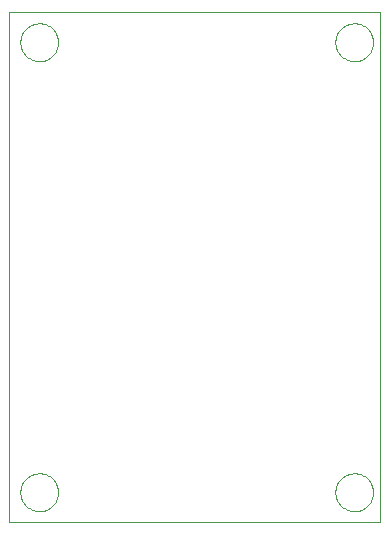
<source format=gko>
G75*
%MOIN*%
%OFA0B0*%
%FSLAX24Y24*%
%IPPOS*%
%LPD*%
%AMOC8*
5,1,8,0,0,1.08239X$1,22.5*
%
%ADD10C,0.0000*%
D10*
X000650Y000650D02*
X000650Y017646D01*
X013020Y017646D01*
X013020Y000650D01*
X000650Y000650D01*
X001020Y001650D02*
X001022Y001700D01*
X001028Y001750D01*
X001038Y001799D01*
X001052Y001847D01*
X001069Y001894D01*
X001090Y001939D01*
X001115Y001983D01*
X001143Y002024D01*
X001175Y002063D01*
X001209Y002100D01*
X001246Y002134D01*
X001286Y002164D01*
X001328Y002191D01*
X001372Y002215D01*
X001418Y002236D01*
X001465Y002252D01*
X001513Y002265D01*
X001563Y002274D01*
X001612Y002279D01*
X001663Y002280D01*
X001713Y002277D01*
X001762Y002270D01*
X001811Y002259D01*
X001859Y002244D01*
X001905Y002226D01*
X001950Y002204D01*
X001993Y002178D01*
X002034Y002149D01*
X002073Y002117D01*
X002109Y002082D01*
X002141Y002044D01*
X002171Y002004D01*
X002198Y001961D01*
X002221Y001917D01*
X002240Y001871D01*
X002256Y001823D01*
X002268Y001774D01*
X002276Y001725D01*
X002280Y001675D01*
X002280Y001625D01*
X002276Y001575D01*
X002268Y001526D01*
X002256Y001477D01*
X002240Y001429D01*
X002221Y001383D01*
X002198Y001339D01*
X002171Y001296D01*
X002141Y001256D01*
X002109Y001218D01*
X002073Y001183D01*
X002034Y001151D01*
X001993Y001122D01*
X001950Y001096D01*
X001905Y001074D01*
X001859Y001056D01*
X001811Y001041D01*
X001762Y001030D01*
X001713Y001023D01*
X001663Y001020D01*
X001612Y001021D01*
X001563Y001026D01*
X001513Y001035D01*
X001465Y001048D01*
X001418Y001064D01*
X001372Y001085D01*
X001328Y001109D01*
X001286Y001136D01*
X001246Y001166D01*
X001209Y001200D01*
X001175Y001237D01*
X001143Y001276D01*
X001115Y001317D01*
X001090Y001361D01*
X001069Y001406D01*
X001052Y001453D01*
X001038Y001501D01*
X001028Y001550D01*
X001022Y001600D01*
X001020Y001650D01*
X011520Y001650D02*
X011522Y001700D01*
X011528Y001750D01*
X011538Y001799D01*
X011552Y001847D01*
X011569Y001894D01*
X011590Y001939D01*
X011615Y001983D01*
X011643Y002024D01*
X011675Y002063D01*
X011709Y002100D01*
X011746Y002134D01*
X011786Y002164D01*
X011828Y002191D01*
X011872Y002215D01*
X011918Y002236D01*
X011965Y002252D01*
X012013Y002265D01*
X012063Y002274D01*
X012112Y002279D01*
X012163Y002280D01*
X012213Y002277D01*
X012262Y002270D01*
X012311Y002259D01*
X012359Y002244D01*
X012405Y002226D01*
X012450Y002204D01*
X012493Y002178D01*
X012534Y002149D01*
X012573Y002117D01*
X012609Y002082D01*
X012641Y002044D01*
X012671Y002004D01*
X012698Y001961D01*
X012721Y001917D01*
X012740Y001871D01*
X012756Y001823D01*
X012768Y001774D01*
X012776Y001725D01*
X012780Y001675D01*
X012780Y001625D01*
X012776Y001575D01*
X012768Y001526D01*
X012756Y001477D01*
X012740Y001429D01*
X012721Y001383D01*
X012698Y001339D01*
X012671Y001296D01*
X012641Y001256D01*
X012609Y001218D01*
X012573Y001183D01*
X012534Y001151D01*
X012493Y001122D01*
X012450Y001096D01*
X012405Y001074D01*
X012359Y001056D01*
X012311Y001041D01*
X012262Y001030D01*
X012213Y001023D01*
X012163Y001020D01*
X012112Y001021D01*
X012063Y001026D01*
X012013Y001035D01*
X011965Y001048D01*
X011918Y001064D01*
X011872Y001085D01*
X011828Y001109D01*
X011786Y001136D01*
X011746Y001166D01*
X011709Y001200D01*
X011675Y001237D01*
X011643Y001276D01*
X011615Y001317D01*
X011590Y001361D01*
X011569Y001406D01*
X011552Y001453D01*
X011538Y001501D01*
X011528Y001550D01*
X011522Y001600D01*
X011520Y001650D01*
X011520Y016650D02*
X011522Y016700D01*
X011528Y016750D01*
X011538Y016799D01*
X011552Y016847D01*
X011569Y016894D01*
X011590Y016939D01*
X011615Y016983D01*
X011643Y017024D01*
X011675Y017063D01*
X011709Y017100D01*
X011746Y017134D01*
X011786Y017164D01*
X011828Y017191D01*
X011872Y017215D01*
X011918Y017236D01*
X011965Y017252D01*
X012013Y017265D01*
X012063Y017274D01*
X012112Y017279D01*
X012163Y017280D01*
X012213Y017277D01*
X012262Y017270D01*
X012311Y017259D01*
X012359Y017244D01*
X012405Y017226D01*
X012450Y017204D01*
X012493Y017178D01*
X012534Y017149D01*
X012573Y017117D01*
X012609Y017082D01*
X012641Y017044D01*
X012671Y017004D01*
X012698Y016961D01*
X012721Y016917D01*
X012740Y016871D01*
X012756Y016823D01*
X012768Y016774D01*
X012776Y016725D01*
X012780Y016675D01*
X012780Y016625D01*
X012776Y016575D01*
X012768Y016526D01*
X012756Y016477D01*
X012740Y016429D01*
X012721Y016383D01*
X012698Y016339D01*
X012671Y016296D01*
X012641Y016256D01*
X012609Y016218D01*
X012573Y016183D01*
X012534Y016151D01*
X012493Y016122D01*
X012450Y016096D01*
X012405Y016074D01*
X012359Y016056D01*
X012311Y016041D01*
X012262Y016030D01*
X012213Y016023D01*
X012163Y016020D01*
X012112Y016021D01*
X012063Y016026D01*
X012013Y016035D01*
X011965Y016048D01*
X011918Y016064D01*
X011872Y016085D01*
X011828Y016109D01*
X011786Y016136D01*
X011746Y016166D01*
X011709Y016200D01*
X011675Y016237D01*
X011643Y016276D01*
X011615Y016317D01*
X011590Y016361D01*
X011569Y016406D01*
X011552Y016453D01*
X011538Y016501D01*
X011528Y016550D01*
X011522Y016600D01*
X011520Y016650D01*
X001020Y016650D02*
X001022Y016700D01*
X001028Y016750D01*
X001038Y016799D01*
X001052Y016847D01*
X001069Y016894D01*
X001090Y016939D01*
X001115Y016983D01*
X001143Y017024D01*
X001175Y017063D01*
X001209Y017100D01*
X001246Y017134D01*
X001286Y017164D01*
X001328Y017191D01*
X001372Y017215D01*
X001418Y017236D01*
X001465Y017252D01*
X001513Y017265D01*
X001563Y017274D01*
X001612Y017279D01*
X001663Y017280D01*
X001713Y017277D01*
X001762Y017270D01*
X001811Y017259D01*
X001859Y017244D01*
X001905Y017226D01*
X001950Y017204D01*
X001993Y017178D01*
X002034Y017149D01*
X002073Y017117D01*
X002109Y017082D01*
X002141Y017044D01*
X002171Y017004D01*
X002198Y016961D01*
X002221Y016917D01*
X002240Y016871D01*
X002256Y016823D01*
X002268Y016774D01*
X002276Y016725D01*
X002280Y016675D01*
X002280Y016625D01*
X002276Y016575D01*
X002268Y016526D01*
X002256Y016477D01*
X002240Y016429D01*
X002221Y016383D01*
X002198Y016339D01*
X002171Y016296D01*
X002141Y016256D01*
X002109Y016218D01*
X002073Y016183D01*
X002034Y016151D01*
X001993Y016122D01*
X001950Y016096D01*
X001905Y016074D01*
X001859Y016056D01*
X001811Y016041D01*
X001762Y016030D01*
X001713Y016023D01*
X001663Y016020D01*
X001612Y016021D01*
X001563Y016026D01*
X001513Y016035D01*
X001465Y016048D01*
X001418Y016064D01*
X001372Y016085D01*
X001328Y016109D01*
X001286Y016136D01*
X001246Y016166D01*
X001209Y016200D01*
X001175Y016237D01*
X001143Y016276D01*
X001115Y016317D01*
X001090Y016361D01*
X001069Y016406D01*
X001052Y016453D01*
X001038Y016501D01*
X001028Y016550D01*
X001022Y016600D01*
X001020Y016650D01*
M02*

</source>
